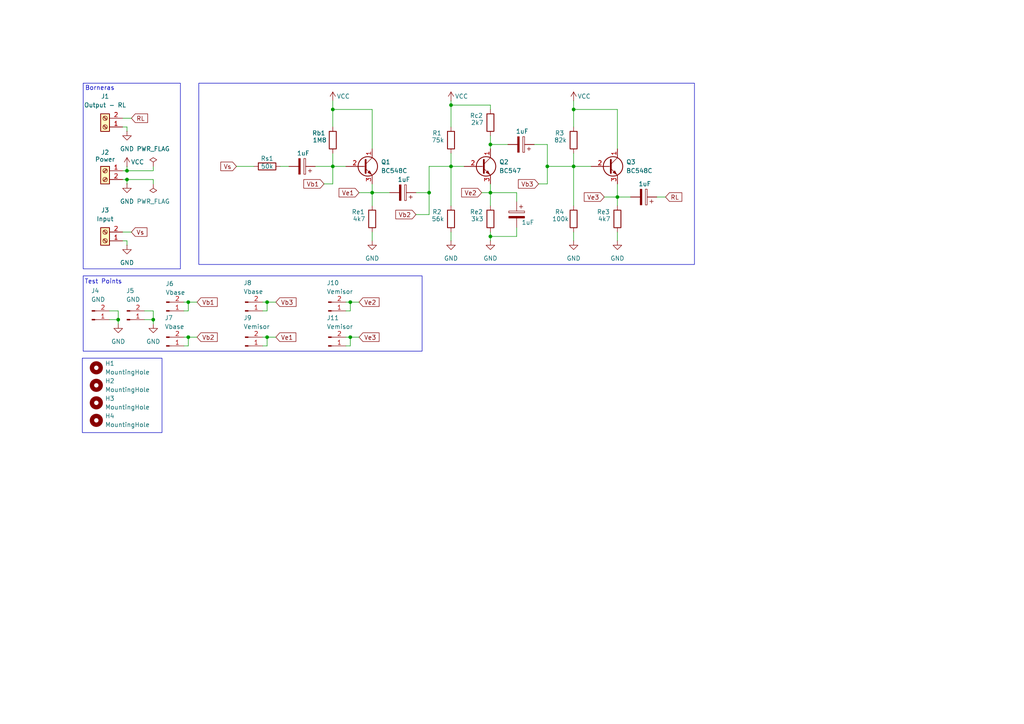
<source format=kicad_sch>
(kicad_sch (version 20231120) (generator "eeschema") (generator_version "8.0")
  (paper "A4")
  (title_block (date "2024-10-21"))
  (lib_symbols
    (symbol "Connector:Conn_01x02_Pin" (pin_names (offset 1.016) hide)
      (property "Reference" "J" (at 0 2.54 0))
      (property "Value" "Conn_01x02_Pin" (at 0 -5.08 0))
      (symbol "Conn_01x02_Pin_1_1"
        (polyline (pts (xy 1.27 -2.54) (xy 0.8636 -2.54)) (stroke (width 0.1524)))
        (polyline (pts (xy 1.27 0) (xy 0.8636 0)) (stroke (width 0.1524)))
        (rectangle (start 0.8636 -2.413) (end 0 -2.667) (stroke (width 0.1524)) (fill (type outline)))
        (rectangle (start 0.8636 0.127) (end 0 -0.127) (stroke (width 0.1524)) (fill (type outline)))
        (pin passive line (at 5.08 0 180) (length 3.81) (name "Pin_1") (number "1"))
        (pin passive line (at 5.08 -2.54 180) (length 3.81) (name "Pin_2") (number "2"))
      )
    )
    (symbol "Connector:Screw_Terminal_01x02" (pin_names (offset 1.016) hide)
      (property "Reference" "J" (at 0 2.54 0))
      (property "Value" "Screw_Terminal_01x02" (at 0 -5.08 0))
      (symbol "Screw_Terminal_01x02_1_1"
        (rectangle (start -1.27 1.27) (end 1.27 -3.81) (stroke (width 0.254)) (fill (type background)))
        (circle (center 0 -2.54) (radius 0.635) (stroke (width 0.1524)))
        (polyline (pts (xy -0.5334 -2.2098) (xy 0.3302 -3.048)) (stroke (width 0.1524)))
        (polyline (pts (xy -0.5334 0.3302) (xy 0.3302 -0.508)) (stroke (width 0.1524)))
        (polyline (pts (xy -0.3556 -2.032) (xy 0.508 -2.8702)) (stroke (width 0.1524)))
        (polyline (pts (xy -0.3556 0.508) (xy 0.508 -0.3302)) (stroke (width 0.1524)))
        (circle (center 0 0) (radius 0.635) (stroke (width 0.1524)))
        (pin passive line (at -5.08 0 0) (length 3.81) (name "Pin_1") (number "1"))
        (pin passive line (at -5.08 -2.54 0) (length 3.81) (name "Pin_2") (number "2"))
      )
    )
    (symbol "Device:C_Polarized" (pin_numbers hide) (pin_names (offset 0.254))
      (property "Reference" "C" (at 0.635 2.54 0))
      (property "Value" "C_Polarized" (at 0.635 -2.54 0))
      (symbol "C_Polarized_0_1"
        (rectangle (start -2.286 0.508) (end 2.286 1.016))
        (polyline (pts (xy -1.778 2.286) (xy -0.762 2.286)))
        (polyline (pts (xy -1.27 2.794) (xy -1.27 1.778)))
        (rectangle (start 2.286 -0.508) (end -2.286 -1.016) (fill (type outline)))
      )
      (symbol "C_Polarized_1_1"
        (pin passive line (at 0 3.81 270) (length 2.794) (name "~") (number "1"))
        (pin passive line (at 0 -3.81 90) (length 2.794) (name "~") (number "2"))
      )
    )
    (symbol "Device:R" (pin_numbers hide) (pin_names (offset 0))
      (property "Reference" "R" (at 2.032 0 90))
      (property "Value" "R" (at 0 0 90))
      (symbol "R_0_1"
        (rectangle (start -1.016 -2.54) (end 1.016 2.54) (stroke (width 0.254)))
      )
      (symbol "R_1_1"
        (pin passive line (at 0 3.81 270) (length 1.27) (name "~") (number "1"))
        (pin passive line (at 0 -3.81 90) (length 1.27) (name "~") (number "2"))
      )
    )
    (symbol "Mechanical:MountingHole" (pin_names (offset 1.016)) (exclude_from_sim yes) (in_bom no)
      (property "Reference" "H" (at 0 5.08 0))
      (property "Value" "MountingHole" (at 0 3.175 0))
      (symbol "MountingHole_0_1"
        (circle (center 0 0) (radius 1.27) (stroke (width 1.27)))
      )
    )
    (symbol "Transistor_BJT:BC547" (pin_names (offset 0) hide)
      (property "Reference" "Q" (at 5.08 1.905 0))
      (property "Value" "BC547" (at 5.08 0 0))
      (symbol "BC547_0_1"
        (polyline (pts (xy 0 0) (xy 0.635 0)))
        (polyline (pts (xy 0.635 0.635) (xy 2.54 2.54)))
        (polyline (pts (xy 0.635 -0.635) (xy 2.54 -2.54) (xy 2.54 -2.54)))
        (polyline (pts (xy 0.635 1.905) (xy 0.635 -1.905) (xy 0.635 -1.905)) (stroke (width 0.508)))
        (polyline (pts (xy 1.27 -1.778) (xy 1.778 -1.27) (xy 2.286 -2.286) (xy 1.27 -1.778) (xy 1.27 -1.778)) (fill (type outline)))
        (circle (center 1.27 0) (radius 2.8194) (stroke (width 0.254)))
      )
      (symbol "BC547_1_1"
        (pin passive line (at 2.54 5.08 270) (length 2.54) (name "C") (number "1"))
        (pin input line (at -5.08 0 0) (length 5.08) (name "B") (number "2"))
        (pin passive line (at 2.54 -5.08 90) (length 2.54) (name "E") (number "3"))
      )
    )
    (symbol "Transistor_BJT:BC548" (pin_names (offset 0) hide)
      (property "Reference" "Q" (at 5.08 1.905 0))
      (property "Value" "BC548" (at 5.08 0 0))
      (symbol "BC548_0_1"
        (polyline (pts (xy 0 0) (xy 0.635 0)))
        (polyline (pts (xy 0.635 0.635) (xy 2.54 2.54)))
        (polyline (pts (xy 0.635 -0.635) (xy 2.54 -2.54) (xy 2.54 -2.54)))
        (polyline (pts (xy 0.635 1.905) (xy 0.635 -1.905) (xy 0.635 -1.905)) (stroke (width 0.508)))
        (polyline (pts (xy 1.27 -1.778) (xy 1.778 -1.27) (xy 2.286 -2.286) (xy 1.27 -1.778) (xy 1.27 -1.778)) (fill (type outline)))
        (circle (center 1.27 0) (radius 2.8194) (stroke (width 0.254)))
      )
      (symbol "BC548_1_1"
        (pin passive line (at 2.54 5.08 270) (length 2.54) (name "C") (number "1"))
        (pin input line (at -5.08 0 0) (length 5.08) (name "B") (number "2"))
        (pin passive line (at 2.54 -5.08 90) (length 2.54) (name "E") (number "3"))
      )
    )
    (symbol "power:GND" (power) (pin_numbers hide) (pin_names (offset 0) hide)
      (property "Value" "GND" (at 0 -3.81 0))
      (symbol "GND_0_1"
        (polyline (pts (xy 0 0) (xy 0 -1.27) (xy 1.27 -1.27) (xy 0 -2.54) (xy -1.27 -1.27) (xy 0 -1.27)))
      )
      (symbol "GND_1_1"
        (pin power_in line (at 0 0 270) (length 0) (name "~") (number "1"))
      )
    )
    (symbol "power:PWR_FLAG" (power) (pin_numbers hide) (pin_names (offset 0) hide)
      (property "Value" "PWR_FLAG" (at 0 3.81 0))
      (symbol "PWR_FLAG_0_0"
        (pin power_out line (at 0 0 90) (length 0) (name "~") (number "1"))
      )
      (symbol "PWR_FLAG_0_1"
        (polyline (pts (xy 0 0) (xy 0 1.27) (xy -1.016 1.905) (xy 0 2.54) (xy 1.016 1.905) (xy 0 1.27)))
      )
    )
    (symbol "power:VCC" (power) (pin_numbers hide) (pin_names (offset 0) hide)
      (property "Value" "VCC" (at 0 3.556 0))
      (symbol "VCC_0_1"
        (polyline (pts (xy -0.762 1.27) (xy 0 2.54)))
        (polyline (pts (xy 0 0) (xy 0 2.54)))
        (polyline (pts (xy 0 2.54) (xy 0.762 1.27)))
      )
      (symbol "VCC_1_1"
        (pin power_in line (at 0 0 90) (length 0) (name "~") (number "1"))
      )
    )
  )
  (junction (at 142.24 68.58))
  (junction (at 179.07 57.15))
  (junction (at 124.46 55.88))
  (junction (at 101.6 97.79))
  (junction (at 158.75 48.26))
  (junction (at 130.81 48.26))
  (junction (at 54.61 87.63))
  (junction (at 166.37 48.26))
  (junction (at 34.29 92.71))
  (junction (at 96.52 48.26))
  (junction (at 77.47 97.79))
  (junction (at 44.45 92.71))
  (junction (at 142.24 41.91))
  (junction (at 107.95 55.88))
  (junction (at 101.6 87.63))
  (junction (at 77.47 87.63))
  (junction (at 96.52 31.75))
  (junction (at 36.83 49.53))
  (junction (at 54.61 97.79))
  (junction (at 166.37 31.75))
  (junction (at 130.81 30.48))
  (junction (at 36.83 52.07))
  (junction (at 142.24 55.88))
  (wire (pts (xy 77.47 97.79) (xy 80.01 97.79)))
  (wire (pts (xy 96.52 53.34) (xy 96.52 48.26)))
  (wire (pts (xy 41.91 92.71) (xy 44.45 92.71)))
  (wire (pts (xy 36.83 38.1) (xy 36.83 36.83)))
  (wire (pts (xy 107.95 43.18) (xy 107.95 31.75)))
  (wire (pts (xy 93.98 53.34) (xy 96.52 53.34)))
  (wire (pts (xy 139.7 55.88) (xy 142.24 55.88)))
  (wire (pts (xy 142.24 55.88) (xy 149.86 55.88)))
  (wire (pts (xy 54.61 87.63) (xy 57.15 87.63)))
  (wire (pts (xy 53.34 97.79) (xy 54.61 97.79)))
  (wire (pts (xy 166.37 48.26) (xy 171.45 48.26)))
  (wire (pts (xy 156.21 53.34) (xy 158.75 53.34)))
  (wire (pts (xy 142.24 39.37) (xy 142.24 41.91)))
  (wire (pts (xy 124.46 48.26) (xy 130.81 48.26)))
  (wire (pts (xy 53.34 90.17) (xy 54.61 90.17)))
  (wire (pts (xy 41.91 90.17) (xy 44.45 90.17)))
  (wire (pts (xy 130.81 44.45) (xy 130.81 48.26)))
  (wire (pts (xy 130.81 67.31) (xy 130.81 69.85)))
  (wire (pts (xy 34.29 92.71) (xy 34.29 93.98)))
  (wire (pts (xy 179.07 67.31) (xy 179.07 69.85)))
  (wire (pts (xy 142.24 67.31) (xy 142.24 68.58)))
  (wire (pts (xy 101.6 100.33) (xy 101.6 97.79)))
  (wire (pts (xy 142.24 55.88) (xy 142.24 59.69)))
  (wire (pts (xy 44.45 52.07) (xy 44.45 53.34)))
  (wire (pts (xy 154.94 41.91) (xy 158.75 41.91)))
  (wire (pts (xy 35.56 34.29) (xy 38.1 34.29)))
  (wire (pts (xy 76.2 90.17) (xy 77.47 90.17)))
  (wire (pts (xy 166.37 44.45) (xy 166.37 48.26)))
  (wire (pts (xy 31.75 90.17) (xy 34.29 90.17)))
  (wire (pts (xy 44.45 90.17) (xy 44.45 92.71)))
  (wire (pts (xy 77.47 90.17) (xy 77.47 87.63)))
  (wire (pts (xy 91.44 48.26) (xy 96.52 48.26)))
  (wire (pts (xy 179.07 57.15) (xy 182.88 57.15)))
  (wire (pts (xy 149.86 68.58) (xy 142.24 68.58)))
  (wire (pts (xy 101.6 97.79) (xy 104.14 97.79)))
  (wire (pts (xy 53.34 87.63) (xy 54.61 87.63)))
  (wire (pts (xy 54.61 100.33) (xy 54.61 97.79)))
  (wire (pts (xy 104.14 55.88) (xy 107.95 55.88)))
  (wire (pts (xy 142.24 41.91) (xy 142.24 43.18)))
  (wire (pts (xy 44.45 49.53) (xy 44.45 48.26)))
  (wire (pts (xy 166.37 29.21) (xy 166.37 31.75)))
  (wire (pts (xy 107.95 55.88) (xy 113.03 55.88)))
  (wire (pts (xy 96.52 29.21) (xy 96.52 31.75)))
  (wire (pts (xy 142.24 31.75) (xy 142.24 30.48)))
  (wire (pts (xy 81.28 48.26) (xy 83.82 48.26)))
  (wire (pts (xy 54.61 90.17) (xy 54.61 87.63)))
  (wire (pts (xy 130.81 30.48) (xy 130.81 36.83)))
  (wire (pts (xy 35.56 69.85) (xy 36.83 69.85)))
  (wire (pts (xy 101.6 90.17) (xy 101.6 87.63)))
  (wire (pts (xy 124.46 55.88) (xy 124.46 48.26)))
  (wire (pts (xy 34.29 90.17) (xy 34.29 92.71)))
  (wire (pts (xy 130.81 48.26) (xy 130.81 59.69)))
  (wire (pts (xy 166.37 67.31) (xy 166.37 69.85)))
  (wire (pts (xy 124.46 62.23) (xy 124.46 55.88)))
  (wire (pts (xy 100.33 97.79) (xy 101.6 97.79)))
  (wire (pts (xy 158.75 41.91) (xy 158.75 48.26)))
  (wire (pts (xy 96.52 44.45) (xy 96.52 48.26)))
  (wire (pts (xy 76.2 87.63) (xy 77.47 87.63)))
  (wire (pts (xy 100.33 100.33) (xy 101.6 100.33)))
  (wire (pts (xy 36.83 52.07) (xy 44.45 52.07)))
  (wire (pts (xy 77.47 100.33) (xy 77.47 97.79)))
  (wire (pts (xy 107.95 55.88) (xy 107.95 59.69)))
  (wire (pts (xy 166.37 48.26) (xy 166.37 59.69)))
  (wire (pts (xy 36.83 49.53) (xy 36.83 48.26)))
  (wire (pts (xy 149.86 58.42) (xy 149.86 55.88)))
  (wire (pts (xy 36.83 49.53) (xy 44.45 49.53)))
  (wire (pts (xy 107.95 31.75) (xy 96.52 31.75)))
  (wire (pts (xy 142.24 53.34) (xy 142.24 55.88)))
  (wire (pts (xy 120.65 55.88) (xy 124.46 55.88)))
  (wire (pts (xy 179.07 31.75) (xy 166.37 31.75)))
  (wire (pts (xy 35.56 67.31) (xy 38.1 67.31)))
  (wire (pts (xy 142.24 41.91) (xy 147.32 41.91)))
  (wire (pts (xy 190.5 57.15) (xy 193.04 57.15)))
  (wire (pts (xy 179.07 57.15) (xy 179.07 59.69)))
  (wire (pts (xy 158.75 48.26) (xy 166.37 48.26)))
  (wire (pts (xy 149.86 66.04) (xy 149.86 68.58)))
  (wire (pts (xy 107.95 53.34) (xy 107.95 55.88)))
  (wire (pts (xy 36.83 36.83) (xy 35.56 36.83)))
  (wire (pts (xy 107.95 67.31) (xy 107.95 69.85)))
  (wire (pts (xy 166.37 31.75) (xy 166.37 36.83)))
  (wire (pts (xy 76.2 100.33) (xy 77.47 100.33)))
  (wire (pts (xy 76.2 97.79) (xy 77.47 97.79)))
  (wire (pts (xy 36.83 69.85) (xy 36.83 71.12)))
  (wire (pts (xy 120.65 62.23) (xy 124.46 62.23)))
  (wire (pts (xy 130.81 48.26) (xy 134.62 48.26)))
  (wire (pts (xy 179.07 43.18) (xy 179.07 31.75)))
  (wire (pts (xy 96.52 31.75) (xy 96.52 36.83)))
  (wire (pts (xy 77.47 87.63) (xy 80.01 87.63)))
  (wire (pts (xy 35.56 52.07) (xy 36.83 52.07)))
  (wire (pts (xy 100.33 90.17) (xy 101.6 90.17)))
  (wire (pts (xy 31.75 92.71) (xy 34.29 92.71)))
  (wire (pts (xy 100.33 87.63) (xy 101.6 87.63)))
  (wire (pts (xy 96.52 48.26) (xy 100.33 48.26)))
  (wire (pts (xy 44.45 92.71) (xy 44.45 93.98)))
  (wire (pts (xy 179.07 53.34) (xy 179.07 57.15)))
  (wire (pts (xy 35.56 49.53) (xy 36.83 49.53)))
  (wire (pts (xy 142.24 30.48) (xy 130.81 30.48)))
  (wire (pts (xy 36.83 52.07) (xy 36.83 53.34)))
  (wire (pts (xy 175.26 57.15) (xy 179.07 57.15)))
  (wire (pts (xy 101.6 87.63) (xy 104.14 87.63)))
  (wire (pts (xy 53.34 100.33) (xy 54.61 100.33)))
  (wire (pts (xy 142.24 68.58) (xy 142.24 69.85)))
  (wire (pts (xy 130.81 29.21) (xy 130.81 30.48)))
  (wire (pts (xy 158.75 53.34) (xy 158.75 48.26)))
  (wire (pts (xy 54.61 97.79) (xy 57.15 97.79)))
  (wire (pts (xy 68.58 48.26) (xy 73.66 48.26)))
  (rectangle (start 23.876 103.886) (end 46.99 125.476))
  (rectangle (start 57.658 24.13) (end 201.422 76.708))
  (rectangle (start 24.13 24.13) (end 52.324 77.978))
  (rectangle (start 24.13 80.01) (end 122.428 101.854))
  (text "Test Points" (at 29.972 81.788 0) (effects (font (size 1.27 1.27))))
  (text "Borneras" (at 28.956 25.654 0) (effects (font (size 1.27 1.27))))
  (global_label "Vb3" (shape input) (at 156.21 53.34 180) (property "Intersheetrefs" "${INTERSHEET_REFS}" (effects (hide yes))))
  (global_label "Vb2" (shape input) (at 120.65 62.23 180) (property "Intersheetrefs" "${INTERSHEET_REFS}" (effects (hide yes))))
  (global_label "RL" (shape input) (at 193.04 57.15 0) (property "Intersheetrefs" "${INTERSHEET_REFS}" (effects (hide yes))))
  (global_label "Ve2" (shape input) (at 139.7 55.88 180) (property "Intersheetrefs" "${INTERSHEET_REFS}" (effects (hide yes))))
  (global_label "Vs" (shape input) (at 38.1 67.31 0) (property "Intersheetrefs" "${INTERSHEET_REFS}" (effects (hide yes))))
  (global_label "Vb3" (shape input) (at 80.01 87.63 0) (property "Intersheetrefs" "${INTERSHEET_REFS}" (effects (hide yes))))
  (global_label "Ve1" (shape input) (at 80.01 97.79 0) (property "Intersheetrefs" "${INTERSHEET_REFS}" (effects (hide yes))))
  (global_label "Ve1" (shape input) (at 104.14 55.88 180) (property "Intersheetrefs" "${INTERSHEET_REFS}" (effects (hide yes))))
  (global_label "Ve3" (shape input) (at 104.14 97.79 0) (property "Intersheetrefs" "${INTERSHEET_REFS}" (effects (hide yes))))
  (global_label "Ve3" (shape input) (at 175.26 57.15 180) (property "Intersheetrefs" "${INTERSHEET_REFS}" (effects (hide yes))))
  (global_label "Vs" (shape input) (at 68.58 48.26 180) (property "Intersheetrefs" "${INTERSHEET_REFS}" (effects (hide yes))))
  (global_label "Vb1" (shape input) (at 57.15 87.63 0) (property "Intersheetrefs" "${INTERSHEET_REFS}" (effects (hide yes))))
  (global_label "Ve2" (shape input) (at 104.14 87.63 0) (property "Intersheetrefs" "${INTERSHEET_REFS}" (effects (hide yes))))
  (global_label "Vb1" (shape input) (at 93.98 53.34 180) (property "Intersheetrefs" "${INTERSHEET_REFS}" (effects (hide yes))))
  (global_label "RL" (shape input) (at 38.1 34.29 0) (property "Intersheetrefs" "${INTERSHEET_REFS}" (effects (hide yes))))
  (global_label "Vb2" (shape input) (at 57.15 97.79 0) (property "Intersheetrefs" "${INTERSHEET_REFS}" (effects (hide yes))))
  (symbol (lib_id "power:VCC") (at 36.83 48.26 0) (unit 1)
    (property "Reference" "#PWR02" (effects (hide yes)))
    (property "Value" "VCC" (at 39.878 46.99 0))
    (property "Description" "Power symbol creates a global label with name \"VCC\"" (effects (hide yes)))
  )
  (symbol (lib_id "power:GND") (at 36.83 53.34 0) (unit 1)
    (property "Reference" "#PWR03" (effects (hide yes)))
    (property "Value" "GND" (at 36.83 58.42 0))
    (property "Description" "Power symbol creates a global label with name \"GND\" , ground" (effects (hide yes)))
  )
  (symbol (lib_id "Connector:Conn_01x02_Pin") (at 95.25 90.17 0) (mirror x) (unit 1)
    (property "Reference" "J10" (at 94.742 82.042 0) (effects (justify left)))
    (property "Value" "Vemisor" (at 94.742 84.582 0) (effects (justify left)))
    (property "Footprint" "Connector_PinHeader_2.54mm:PinHeader_1x02_P2.54mm_Vertical" (effects (hide yes)))
    (property "Description" "Generic connector, single row, 01x02, script generated" (effects (hide yes)))
  )
  (symbol (lib_id "Device:C_Polarized") (at 87.63 48.26 270) (mirror x) (unit 1)
    (property "Reference" "C1" (effects (hide yes)))
    (property "Value" "1uF" (at 86.106 44.45 90) (effects (justify left)))
    (property "Footprint" "Capacitor_THT:CP_Radial_D5.0mm_P2.50mm" (effects (hide yes)))
    (property "Description" "Polarized capacitor" (effects (hide yes)))
  )
  (symbol (lib_id "Device:R") (at 166.37 40.64 0) (unit 1)
    (property "Reference" "R3" (at 162.306 38.608 0))
    (property "Value" "82k" (at 162.56 40.64 0))
    (property "Footprint" "Resistor_THT:R_Axial_DIN0207_L6.3mm_D2.5mm_P10.16mm_Horizontal" (effects (hide yes)))
    (property "Description" "Resistor" (effects (hide yes)))
  )
  (symbol (lib_id "Device:R") (at 107.95 63.5 0) (unit 1)
    (property "Reference" "Re1" (at 103.886 61.468 0))
    (property "Value" "4k7" (at 104.14 63.5 0))
    (property "Footprint" "Resistor_THT:R_Axial_DIN0207_L6.3mm_D2.5mm_P10.16mm_Horizontal" (effects (hide yes)))
    (property "Description" "Resistor" (effects (hide yes)))
  )
  (symbol (lib_id "Device:R") (at 142.24 35.56 0) (unit 1)
    (property "Reference" "Rc2" (at 138.176 33.528 0))
    (property "Value" "2k7" (at 138.43 35.56 0))
    (property "Footprint" "Resistor_THT:R_Axial_DIN0207_L6.3mm_D2.5mm_P10.16mm_Horizontal" (effects (hide yes)))
    (property "Description" "Resistor" (effects (hide yes)))
  )
  (symbol (lib_id "Connector:Conn_01x02_Pin") (at 71.12 100.33 0) (mirror x) (unit 1)
    (property "Reference" "J9" (at 70.612 92.202 0) (effects (justify left)))
    (property "Value" "Vemisor" (at 70.612 94.742 0) (effects (justify left)))
    (property "Footprint" "Connector_PinHeader_2.54mm:PinHeader_1x02_P2.54mm_Vertical" (effects (hide yes)))
    (property "Description" "Generic connector, single row, 01x02, script generated" (effects (hide yes)))
  )
  (symbol (lib_id "power:GND") (at 166.37 69.85 0) (unit 1)
    (property "Reference" "#PWR09" (effects (hide yes)))
    (property "Value" "GND" (at 166.37 74.93 0))
    (property "Description" "Power symbol creates a global label with name \"GND\" , ground" (effects (hide yes)))
  )
  (symbol (lib_id "power:PWR_FLAG") (at 44.45 48.26 0) (unit 1)
    (property "Reference" "#FLG01" (effects (hide yes)))
    (property "Value" "PWR_FLAG" (at 44.45 43.18 0))
    (property "Description" "Special symbol for telling ERC where power comes from" (effects (hide yes)))
  )
  (symbol (lib_id "Device:R") (at 179.07 63.5 0) (unit 1)
    (property "Reference" "Re3" (at 175.006 61.468 0))
    (property "Value" "4k7" (at 175.26 63.5 0))
    (property "Footprint" "Resistor_THT:R_Axial_DIN0207_L6.3mm_D2.5mm_P10.16mm_Horizontal" (effects (hide yes)))
    (property "Description" "Resistor" (effects (hide yes)))
  )
  (symbol (lib_id "Connector:Conn_01x02_Pin") (at 71.12 90.17 0) (mirror x) (unit 1)
    (property "Reference" "J8" (at 70.612 82.042 0) (effects (justify left)))
    (property "Value" "Vbase" (at 70.612 84.582 0) (effects (justify left)))
    (property "Footprint" "Connector_PinHeader_2.54mm:PinHeader_1x02_P2.54mm_Vertical" (effects (hide yes)))
    (property "Description" "Generic connector, single row, 01x02, script generated" (effects (hide yes)))
  )
  (symbol (lib_id "Transistor_BJT:BC548") (at 105.41 48.26 0) (unit 1)
    (property "Reference" "Q1" (at 110.49 46.9899 0) (effects (justify left)))
    (property "Value" "BC548C" (at 110.49 49.5299 0) (effects (justify left)))
    (property "Footprint" "Package_TO_SOT_THT:TO-92_Inline" (effects (hide yes)))
    (property "Datasheet" "https://www.onsemi.com/pub/Collateral/BC550-D.pdf" (effects (hide yes)))
    (property "Description" "0.1A Ic, 30V Vce, Small Signal NPN Transistor, TO-92" (effects (hide yes)))
  )
  (symbol (lib_id "Mechanical:MountingHole") (at 27.94 116.84 0) (unit 1) (exclude_from_sim yes) (in_bom no)
    (property "Reference" "H3" (at 30.48 115.5699 0) (effects (justify left)))
    (property "Value" "MountingHole" (at 30.48 118.1099 0) (effects (justify left)))
    (property "Footprint" "MountingHole:MountingHole_3.2mm_M3" (effects (hide yes)))
    (property "Description" "Mounting Hole without connection" (effects (hide yes)))
  )
  (symbol (lib_id "Device:R") (at 130.81 63.5 0) (unit 1)
    (property "Reference" "R2" (at 126.746 61.468 0))
    (property "Value" "56k" (at 127 63.5 0))
    (property "Footprint" "Resistor_THT:R_Axial_DIN0207_L6.3mm_D2.5mm_P10.16mm_Horizontal" (effects (hide yes)))
    (property "Description" "Resistor" (effects (hide yes)))
  )
  (symbol (lib_id "Connector:Screw_Terminal_01x02") (at 30.48 69.85 180) (unit 1)
    (property "Reference" "J3" (at 30.48 60.96 0))
    (property "Value" "Input" (at 30.48 63.5 0))
    (property "Footprint" "TerminalBlock_Phoenix:TerminalBlock_Phoenix_MKDS-1,5-2-5.08_1x02_P5.08mm_Horizontal" (effects (hide yes)))
    (property "Description" "Generic screw terminal, single row, 01x02, script generated (kicad-library-utils/schlib/autogen/connector/)" (effects (hide yes)))
  )
  (symbol (lib_id "Connector:Screw_Terminal_01x02") (at 30.48 49.53 0) (mirror y) (unit 1)
    (property "Reference" "J2" (at 30.48 44.196 0))
    (property "Value" "Power" (at 30.48 46.228 0))
    (property "Footprint" "TerminalBlock_Phoenix:TerminalBlock_Phoenix_MKDS-1,5-2-5.08_1x02_P5.08mm_Horizontal" (effects (hide yes)))
    (property "Description" "Generic screw terminal, single row, 01x02, script generated (kicad-library-utils/schlib/autogen/connector/)" (effects (hide yes)))
  )
  (symbol (lib_id "Device:R") (at 77.47 48.26 90) (unit 1)
    (property "Reference" "Rs1" (at 77.47 45.974 90))
    (property "Value" "50k" (at 77.47 48.26 90))
    (property "Footprint" "Resistor_THT:R_Axial_DIN0207_L6.3mm_D2.5mm_P10.16mm_Horizontal" (effects (hide yes)))
    (property "Description" "Resistor" (effects (hide yes)))
  )
  (symbol (lib_id "power:VCC") (at 96.52 29.21 0) (unit 1)
    (property "Reference" "#PWR011" (effects (hide yes)))
    (property "Value" "VCC" (at 99.568 27.94 0))
    (property "Description" "Power symbol creates a global label with name \"VCC\"" (effects (hide yes)))
  )
  (symbol (lib_id "power:GND") (at 107.95 69.85 0) (unit 1)
    (property "Reference" "#PWR06" (effects (hide yes)))
    (property "Value" "GND" (at 107.95 74.93 0))
    (property "Description" "Power symbol creates a global label with name \"GND\" , ground" (effects (hide yes)))
  )
  (symbol (lib_id "Device:C_Polarized") (at 151.13 41.91 270) (mirror x) (unit 1)
    (property "Reference" "C3" (effects (hide yes)))
    (property "Value" "1uF" (at 149.606 38.1 90) (effects (justify left)))
    (property "Footprint" "Capacitor_THT:CP_Radial_D5.0mm_P2.50mm" (effects (hide yes)))
    (property "Description" "Polarized capacitor" (effects (hide yes)))
  )
  (symbol (lib_id "power:VCC") (at 130.81 29.21 0) (unit 1)
    (property "Reference" "#PWR012" (effects (hide yes)))
    (property "Value" "VCC" (at 133.858 27.94 0))
    (property "Description" "Power symbol creates a global label with name \"VCC\"" (effects (hide yes)))
  )
  (symbol (lib_id "Transistor_BJT:BC547") (at 139.7 48.26 0) (unit 1)
    (property "Reference" "Q2" (at 144.78 46.9899 0) (effects (justify left)))
    (property "Value" "BC547" (at 144.78 49.5299 0) (effects (justify left)))
    (property "Footprint" "Package_TO_SOT_THT:TO-92_Inline" (effects (hide yes)))
    (property "Datasheet" "https://www.onsemi.com/pub/Collateral/BC550-D.pdf" (effects (hide yes)))
    (property "Description" "0.1A Ic, 45V Vce, Small Signal NPN Transistor, TO-92" (effects (hide yes)))
  )
  (symbol (lib_id "power:GND") (at 36.83 38.1 0) (mirror y) (unit 1)
    (property "Reference" "#PWR01" (effects (hide yes)))
    (property "Value" "GND" (at 36.83 43.18 0))
    (property "Description" "Power symbol creates a global label with name \"GND\" , ground" (effects (hide yes)))
  )
  (symbol (lib_id "Device:C_Polarized") (at 186.69 57.15 270) (mirror x) (unit 1)
    (property "Reference" "C4" (effects (hide yes)))
    (property "Value" "1uF" (at 185.166 53.34 90) (effects (justify left)))
    (property "Footprint" "Capacitor_THT:CP_Radial_D5.0mm_P2.50mm" (effects (hide yes)))
    (property "Description" "Polarized capacitor" (effects (hide yes)))
  )
  (symbol (lib_id "Connector:Conn_01x02_Pin") (at 95.25 100.33 0) (mirror x) (unit 1)
    (property "Reference" "J11" (at 94.742 92.202 0) (effects (justify left)))
    (property "Value" "Vemisor" (at 94.742 94.742 0) (effects (justify left)))
    (property "Footprint" "Connector_PinHeader_2.54mm:PinHeader_1x02_P2.54mm_Vertical" (effects (hide yes)))
    (property "Description" "Generic connector, single row, 01x02, script generated" (effects (hide yes)))
  )
  (symbol (lib_id "power:GND") (at 34.29 93.98 0) (unit 1)
    (property "Reference" "#PWR014" (effects (hide yes)))
    (property "Value" "GND" (at 34.29 99.06 0))
    (property "Description" "Power symbol creates a global label with name \"GND\" , ground" (effects (hide yes)))
  )
  (symbol (lib_id "Mechanical:MountingHole") (at 27.94 111.76 0) (unit 1) (exclude_from_sim yes) (in_bom no)
    (property "Reference" "H2" (at 30.48 110.4899 0) (effects (justify left)))
    (property "Value" "MountingHole" (at 30.48 113.0299 0) (effects (justify left)))
    (property "Footprint" "MountingHole:MountingHole_3.2mm_M3" (effects (hide yes)))
    (property "Description" "Mounting Hole without connection" (effects (hide yes)))
  )
  (symbol (lib_id "Mechanical:MountingHole") (at 27.94 106.68 0) (unit 1) (exclude_from_sim yes) (in_bom no)
    (property "Reference" "H1" (at 30.48 105.4099 0) (effects (justify left)))
    (property "Value" "MountingHole" (at 30.48 107.9499 0) (effects (justify left)))
    (property "Footprint" "MountingHole:MountingHole_3.2mm_M3" (effects (hide yes)))
    (property "Description" "Mounting Hole without connection" (effects (hide yes)))
  )
  (symbol (lib_id "power:PWR_FLAG") (at 44.45 53.34 180) (unit 1)
    (property "Reference" "#FLG02" (effects (hide yes)))
    (property "Value" "PWR_FLAG" (at 44.45 58.42 0))
    (property "Description" "Special symbol for telling ERC where power comes from" (effects (hide yes)))
  )
  (symbol (lib_id "power:VCC") (at 166.37 29.21 0) (unit 1)
    (property "Reference" "#PWR013" (effects (hide yes)))
    (property "Value" "VCC" (at 169.418 27.94 0))
    (property "Description" "Power symbol creates a global label with name \"VCC\"" (effects (hide yes)))
  )
  (symbol (lib_id "Device:R") (at 142.24 63.5 0) (unit 1)
    (property "Reference" "Re2" (at 138.176 61.468 0))
    (property "Value" "3k3" (at 138.43 63.5 0))
    (property "Footprint" "Resistor_THT:R_Axial_DIN0207_L6.3mm_D2.5mm_P10.16mm_Horizontal" (effects (hide yes)))
    (property "Description" "Resistor" (effects (hide yes)))
  )
  (symbol (lib_id "Transistor_BJT:BC548") (at 176.53 48.26 0) (unit 1)
    (property "Reference" "Q3" (at 181.61 46.9899 0) (effects (justify left)))
    (property "Value" "BC548C" (at 181.61 49.5299 0) (effects (justify left)))
    (property "Footprint" "Package_TO_SOT_THT:TO-92_Inline" (effects (hide yes)))
    (property "Datasheet" "https://www.onsemi.com/pub/Collateral/BC550-D.pdf" (effects (hide yes)))
    (property "Description" "0.1A Ic, 30V Vce, Small Signal NPN Transistor, TO-92" (effects (hide yes)))
  )
  (symbol (lib_id "Connector:Screw_Terminal_01x02") (at 30.48 36.83 180) (unit 1)
    (property "Reference" "J1" (at 30.48 27.94 0))
    (property "Value" "Output - RL" (at 30.48 30.48 0))
    (property "Footprint" "TerminalBlock_Phoenix:TerminalBlock_Phoenix_MKDS-1,5-2-5.08_1x02_P5.08mm_Horizontal" (effects (hide yes)))
    (property "Description" "Generic screw terminal, single row, 01x02, script generated (kicad-library-utils/schlib/autogen/connector/)" (effects (hide yes)))
  )
  (symbol (lib_id "Device:R") (at 166.37 63.5 0) (unit 1)
    (property "Reference" "R4" (at 162.306 61.468 0))
    (property "Value" "100k" (at 162.56 63.5 0))
    (property "Footprint" "Resistor_THT:R_Axial_DIN0207_L6.3mm_D2.5mm_P10.16mm_Horizontal" (effects (hide yes)))
    (property "Description" "Resistor" (effects (hide yes)))
  )
  (symbol (lib_id "power:GND") (at 44.45 93.98 0) (unit 1)
    (property "Reference" "#PWR05" (effects (hide yes)))
    (property "Value" "GND" (at 44.45 99.06 0))
    (property "Description" "Power symbol creates a global label with name \"GND\" , ground" (effects (hide yes)))
  )
  (symbol (lib_id "Mechanical:MountingHole") (at 27.94 121.92 0) (unit 1) (exclude_from_sim yes) (in_bom no)
    (property "Reference" "H4" (at 30.48 120.6499 0) (effects (justify left)))
    (property "Value" "MountingHole" (at 30.48 123.1899 0) (effects (justify left)))
    (property "Footprint" "MountingHole:MountingHole_3.2mm_M3" (effects (hide yes)))
    (property "Description" "Mounting Hole without connection" (effects (hide yes)))
  )
  (symbol (lib_id "Connector:Conn_01x02_Pin") (at 26.67 92.71 0) (mirror x) (unit 1)
    (property "Reference" "J4" (at 26.416 84.328 0) (effects (justify left)))
    (property "Value" "GND" (at 26.416 86.868 0) (effects (justify left)))
    (property "Footprint" "Connector_PinHeader_2.54mm:PinHeader_1x02_P2.54mm_Vertical" (effects (hide yes)))
    (property "Description" "Generic connector, single row, 01x02, script generated" (effects (hide yes)))
  )
  (symbol (lib_id "Device:C_Polarized") (at 116.84 55.88 270) (mirror x) (unit 1)
    (property "Reference" "C2" (effects (hide yes)))
    (property "Value" "1uF" (at 115.316 52.07 90) (effects (justify left)))
    (property "Footprint" "Capacitor_THT:CP_Radial_D5.0mm_P2.50mm" (effects (hide yes)))
    (property "Description" "Polarized capacitor" (effects (hide yes)))
  )
  (symbol (lib_id "power:GND") (at 36.83 71.12 0) (unit 1)
    (property "Reference" "#PWR04" (effects (hide yes)))
    (property "Value" "GND" (at 36.83 76.2 0))
    (property "Description" "Power symbol creates a global label with name \"GND\" , ground" (effects (hide yes)))
  )
  (symbol (lib_id "Connector:Conn_01x02_Pin") (at 48.26 100.33 0) (mirror x) (unit 1)
    (property "Reference" "J7" (at 47.752 92.202 0) (effects (justify left)))
    (property "Value" "Vbase" (at 47.752 94.742 0) (effects (justify left)))
    (property "Footprint" "Connector_PinHeader_2.54mm:PinHeader_1x02_P2.54mm_Vertical" (effects (hide yes)))
    (property "Description" "Generic connector, single row, 01x02, script generated" (effects (hide yes)))
  )
  (symbol (lib_id "Device:C_Polarized") (at 149.86 62.23 0) (mirror y) (unit 1)
    (property "Reference" "C5" (effects (hide yes)))
    (property "Value" "1uF" (at 154.94 64.516 0) (effects (justify left)))
    (property "Footprint" "Capacitor_THT:CP_Radial_D5.0mm_P2.50mm" (effects (hide yes)))
    (property "Description" "Polarized capacitor" (effects (hide yes)))
  )
  (symbol (lib_id "Connector:Conn_01x02_Pin") (at 48.26 90.17 0) (mirror x) (unit 1)
    (property "Reference" "J6" (at 48.006 82.296 0) (effects (justify left)))
    (property "Value" "Vbase" (at 48.006 84.836 0) (effects (justify left)))
    (property "Footprint" "Connector_PinHeader_2.54mm:PinHeader_1x02_P2.54mm_Vertical" (effects (hide yes)))
    (property "Description" "Generic connector, single row, 01x02, script generated" (effects (hide yes)))
  )
  (symbol (lib_id "power:GND") (at 179.07 69.85 0) (unit 1)
    (property "Reference" "#PWR010" (effects (hide yes)))
    (property "Value" "GND" (at 179.07 74.93 0))
    (property "Description" "Power symbol creates a global label with name \"GND\" , ground" (effects (hide yes)))
  )
  (symbol (lib_id "power:GND") (at 130.81 69.85 0) (unit 1)
    (property "Reference" "#PWR07" (effects (hide yes)))
    (property "Value" "GND" (at 130.81 74.93 0))
    (property "Description" "Power symbol creates a global label with name \"GND\" , ground" (effects (hide yes)))
  )
  (symbol (lib_id "Device:R") (at 96.52 40.64 0) (unit 1)
    (property "Reference" "Rb1" (at 92.456 38.608 0))
    (property "Value" "1M8" (at 92.71 40.64 0))
    (property "Footprint" "Resistor_THT:R_Axial_DIN0207_L6.3mm_D2.5mm_P10.16mm_Horizontal" (effects (hide yes)))
    (property "Description" "Resistor" (effects (hide yes)))
  )
  (symbol (lib_id "power:GND") (at 142.24 69.85 0) (unit 1)
    (property "Reference" "#PWR08" (effects (hide yes)))
    (property "Value" "GND" (at 142.24 74.93 0))
    (property "Description" "Power symbol creates a global label with name \"GND\" , ground" (effects (hide yes)))
  )
  (symbol (lib_id "Connector:Conn_01x02_Pin") (at 36.83 92.71 0) (mirror x) (unit 1)
    (property "Reference" "J5" (at 36.576 84.328 0) (effects (justify left)))
    (property "Value" "GND" (at 36.576 86.868 0) (effects (justify left)))
    (property "Footprint" "Connector_PinHeader_2.54mm:PinHeader_1x02_P2.54mm_Vertical" (effects (hide yes)))
    (property "Description" "Generic connector, single row, 01x02, script generated" (effects (hide yes)))
  )
  (symbol (lib_id "Device:R") (at 130.81 40.64 0) (unit 1)
    (property "Reference" "R1" (at 126.746 38.608 0))
    (property "Value" "75k" (at 127 40.64 0))
    (property "Footprint" "Resistor_THT:R_Axial_DIN0207_L6.3mm_D2.5mm_P10.16mm_Horizontal" (effects (hide yes)))
    (property "Description" "Resistor" (effects (hide yes)))
  )
)
</source>
